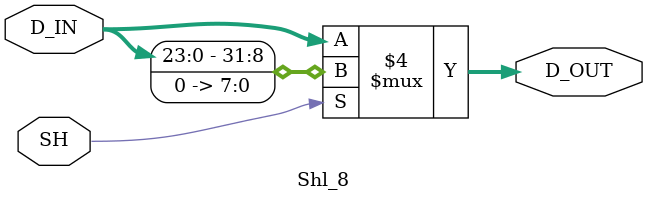
<source format=v>
`timescale 1 ns/1 ns

module Shl_8(SH, D_IN, D_OUT);
	input  SH;
	input  [31:0] D_IN;
	output [31:0] D_OUT;
	reg    [31:0] D_OUT;

	// CombLogic
	always @(SH, D_IN) begin
		if(SH == 1'b1)
			D_OUT <= {D_IN[23:0], 8'h0};
		else
			D_OUT <= D_IN;
	end
endmodule
</source>
